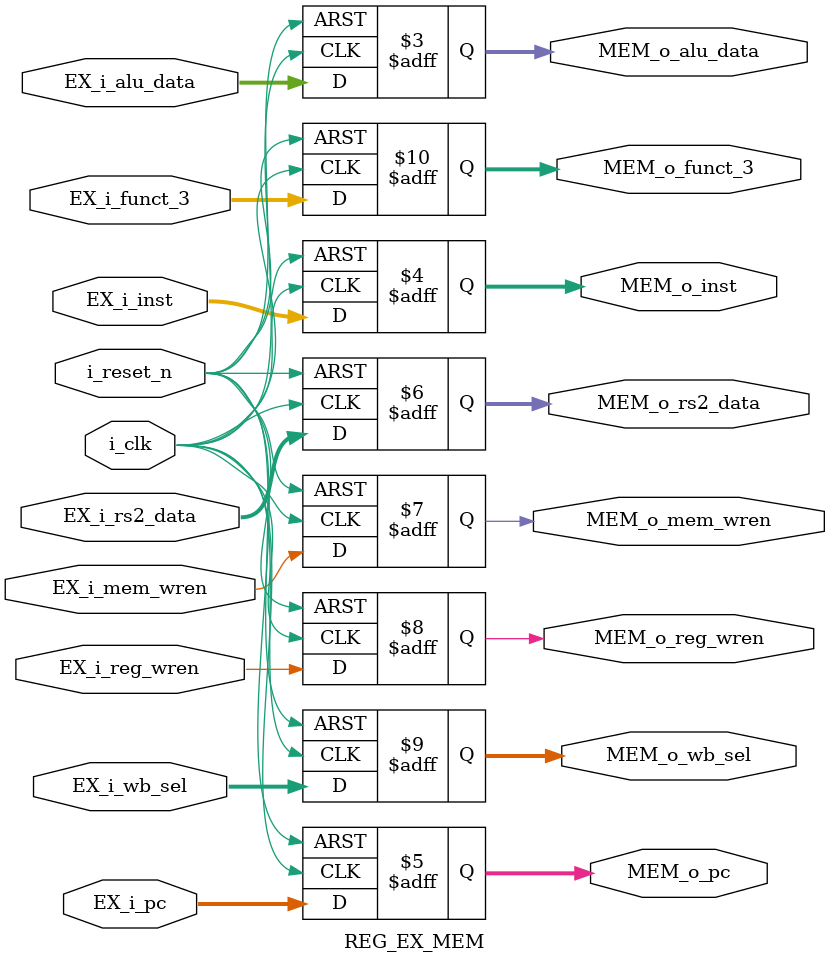
<source format=sv>
module REG_EX_MEM (
  input             i_clk          , 
  input             i_reset_n      ,

  input      [31:0] EX_i_alu_data  ,
  input      [31:0] EX_i_pc        ,
  input      [31:0] EX_i_rs2_data  ,
  input      [31:0] EX_i_inst      ,
  input             EX_i_mem_wren  ,
  input             EX_i_reg_wren  ,
  input      [ 1:0] EX_i_wb_sel    ,
  input      [ 2:0] EX_i_funct_3   ,

  output reg [31:0] MEM_o_alu_data , 
  output reg [31:0] MEM_o_inst     ,
  output reg [31:0] MEM_o_pc       ,
  output reg [31:0] MEM_o_rs2_data ,
  output reg        MEM_o_mem_wren ,
  output reg        MEM_o_reg_wren , 
  output reg [ 1:0] MEM_o_wb_sel   ,
  output reg [ 2:0] MEM_o_funct_3  

);

   always_ff @(posedge i_clk or negedge i_reset_n) begin
    if(~i_reset_n) begin
      MEM_o_pc           <= 32'd0;
      MEM_o_inst         <= 32'd0;
      MEM_o_alu_data     <= 32'd0;
      MEM_o_reg_wren     <= 1'd0 ;
      MEM_o_mem_wren     <= 1'd0 ;
      MEM_o_wb_sel       <= 2'd0 ;
      MEM_o_funct_3      <= 3'd0 ;
      MEM_o_rs2_data     <= 32'd0;
    end else begin
      MEM_o_pc           <= EX_i_pc       ;
      MEM_o_inst         <= EX_i_inst     ;
      MEM_o_alu_data     <= EX_i_alu_data ;
      MEM_o_reg_wren     <= EX_i_reg_wren ;
      MEM_o_mem_wren     <= EX_i_mem_wren ;
      MEM_o_wb_sel       <= EX_i_wb_sel   ;
      MEM_o_funct_3      <= EX_i_funct_3  ;
      MEM_o_rs2_data     <= EX_i_rs2_data ;
		end
	end
endmodule

</source>
